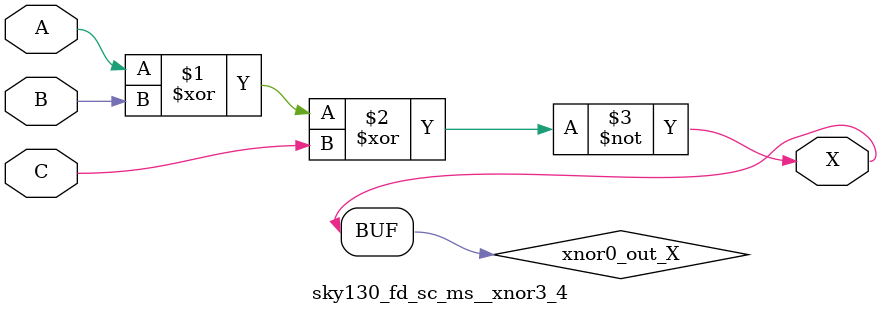
<source format=v>
/*
 * Copyright 2020 The SkyWater PDK Authors
 *
 * Licensed under the Apache License, Version 2.0 (the "License");
 * you may not use this file except in compliance with the License.
 * You may obtain a copy of the License at
 *
 *     https://www.apache.org/licenses/LICENSE-2.0
 *
 * Unless required by applicable law or agreed to in writing, software
 * distributed under the License is distributed on an "AS IS" BASIS,
 * WITHOUT WARRANTIES OR CONDITIONS OF ANY KIND, either express or implied.
 * See the License for the specific language governing permissions and
 * limitations under the License.
 *
 * SPDX-License-Identifier: Apache-2.0
*/


`ifndef SKY130_FD_SC_MS__XNOR3_4_FUNCTIONAL_V
`define SKY130_FD_SC_MS__XNOR3_4_FUNCTIONAL_V

/**
 * xnor3: 3-input exclusive NOR.
 *
 * Verilog simulation functional model.
 */

`timescale 1ns / 1ps
`default_nettype none

`celldefine
module sky130_fd_sc_ms__xnor3_4 (
    X,
    A,
    B,
    C
);

    // Module ports
    output X;
    input  A;
    input  B;
    input  C;

    // Local signals
    wire xnor0_out_X;

    //   Name   Output       Other arguments
    xnor xnor0 (xnor0_out_X, A, B, C        );
    buf  buf0  (X          , xnor0_out_X    );

endmodule
`endcelldefine

`default_nettype wire
`endif  // SKY130_FD_SC_MS__XNOR3_4_FUNCTIONAL_V

</source>
